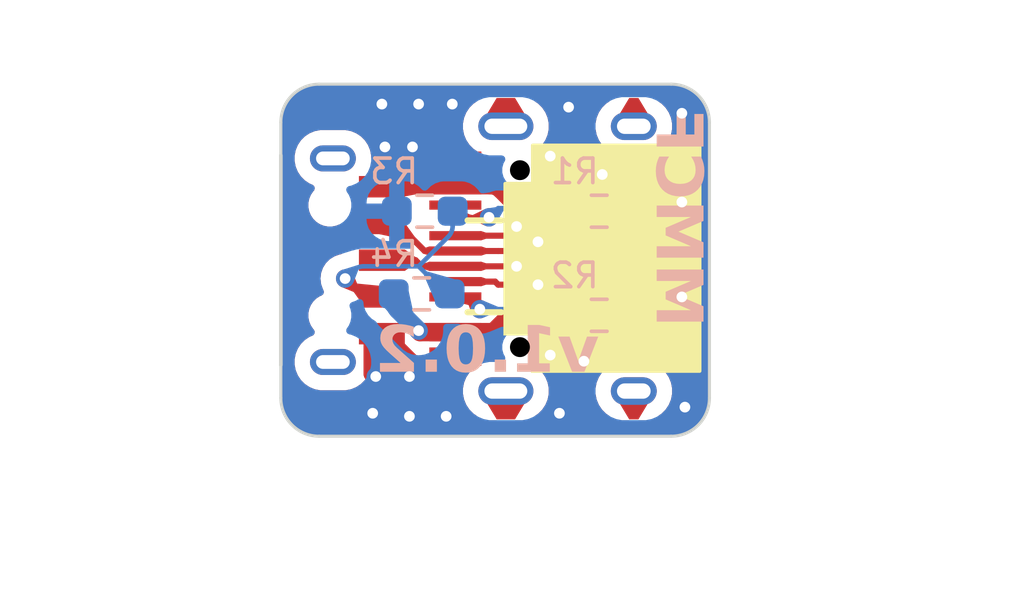
<source format=kicad_pcb>
(kicad_pcb (version 20240108) (generator "pcbnew") (generator_version "8.0")
  (title_block (title "USB MM-CF Adapter") (rev "1.0.2") (company "Atsushi Morimoto (@74th)"))
  (layers (0 "F.Cu" signal) (31 "B.Cu" signal) (34 "B.Paste" user) (35 "F.Paste" user) (36 "B.SilkS" user "B.Silkscreen") (37 "F.SilkS" user "F.Silkscreen") (38 "B.Mask" user) (39 "F.Mask" user) (44 "Edge.Cuts" user))
  (net 0 "")
  (net 1 "GND")
  (net 2 "Net-(J2-CC2)")
  (net 3 "Net-(J2-CC1)")
  (net 4 "Net-(J2-D-)")
  (net 5 "Net-(J2-D+)")
  (net 6 "Net-(J2-VBUS)")
  (net 8 "Net-(J3-ID)")
  (footprint "74th:Connector_USB-C-Receptacle_SMT_12-Pin_Simple" (layer "F.Cu") (at 74.83 40.95 90)
    (property "Reference" "J2" (hide yes))
    (property "Value" "USB2.0-C_SMT")
    (fp_line (start 1.25 -4.23) (end 1.25 -5.33) (stroke (width 0.2)) (layer "F.SilkS"))
    (fp_line (start -1.75 -4.23) (end -1.75 -5.33) (stroke (width 0.2)) (layer "F.SilkS"))
    (fp_rect (start -2.45 -4.1) (end 2.45 -2.85) (stroke (width 0.12)) (fill solid) (layer "F.SilkS"))
    (fp_rect (start -3.67 -3.2) (end 3.7 2.25) (stroke (width 0.12)) (fill solid) (layer "F.SilkS"))
    (pad "" np_thru_hole circle (at -2.89 -3.62 270) (size 0.65 0.65) (drill 0.65) (layers "*.Mask"))
    (pad "" np_thru_hole circle (at 2.89 -3.62 270) (size 0.65 0.65) (drill 0.65) (layers "*.Mask"))
    (pad "1" smd rect (at -2.4 -5.73 270) (size 0.6 1.7) (layers "F.Cu" "F.Paste" "F.Mask") (net 6 "Net-(J2-VBUS)"))
    (pad "1" smd rect (at 2.4 -5.73 270) (size 0.6 1.7) (layers "F.Cu" "F.Paste" "F.Mask") (net 6 "Net-(J2-VBUS)"))
    (pad "2" smd rect (at -0.75 -5.73 270) (size 0.3 1.7) (layers "F.Cu" "F.Paste" "F.Mask") (net 4 "Net-(J2-D-)"))
    (pad "2" smd rect (at 0.25 -5.73 270) (size 0.3 1.7) (layers "F.Cu" "F.Paste" "F.Mask") (net 4 "Net-(J2-D-)"))
    (pad "3" smd rect (at -0.25 -5.73 270) (size 0.3 1.7) (layers "F.Cu" "F.Paste" "F.Mask") (net 5 "Net-(J2-D+)"))
    (pad "3" smd rect (at 0.75 -5.73 270) (size 0.3 1.7) (layers "F.Cu" "F.Paste" "F.Mask") (net 5 "Net-(J2-D+)"))
    (pad "4" smd rect (at -3.2 -5.73 270) (size 0.6 1.7) (layers "F.Cu" "F.Paste" "F.Mask") (net 1 "GND"))
    (pad "4" smd rect (at 3.2 -5.73 270) (size 0.6 1.7) (layers "F.Cu" "F.Paste" "F.Mask") (net 1 "GND"))
    (pad "5" smd rect (at -1.25 -5.73 270) (size 0.3 1.7) (layers "F.Cu" "F.Paste" "F.Mask") (net 3 "Net-(J2-CC1)"))
    (pad "6" smd rect (at 1.75 -5.73 270) (size 0.3 1.7) (layers "F.Cu" "F.Paste" "F.Mask") (net 2 "Net-(J2-CC2)"))
    (pad "7" smd trapezoid (at -5 -4.08 180) (size 0.9 0.5) (rect_delta 0 0.3) (layers "F.Cu" "F.Paste" "F.Mask"))
    (pad "7" smd trapezoid (at -5 0.1 180) (size 0.6 0.5) (rect_delta 0 0.3) (layers "F.Cu" "F.Paste" "F.Mask"))
    (pad "7" thru_hole oval (at -4.325 -4.08 270) (size 0.9 1.8) (drill oval 0.5 1.4) (layers "*.Cu" "*.Mask"))
    (pad "7" thru_hole oval (at -4.325 0.1 270) (size 0.9 1.5) (drill oval 0.5 1.1) (layers "*.Cu" "*.Mask"))
    (pad "7" thru_hole oval (at 4.325 -4.08 270) (size 0.9 1.8) (drill oval 0.5 1.4) (layers "*.Cu" "*.Mask"))
    (pad "7" thru_hole oval (at 4.325 0.1 270) (size 0.9 1.5) (drill oval 0.5 1.1) (layers "*.Cu" "*.Mask"))
    (pad "7" smd trapezoid (at 5 -4.08) (size 0.9 0.5) (rect_delta 0 0.3) (layers "F.Cu" "F.Paste" "F.Mask"))
    (pad "7" smd trapezoid (at 5 0.1) (size 0.6 0.5) (rect_delta 0 0.3) (layers "F.Cu" "F.Paste" "F.Mask"))
  )
  (footprint "74th:Connector_USB-Micro-Plug_SMD" (layer "F.Cu") (at 65 41 -90)
    (property "Reference" "J3" (at 0 -7.2 -90) (layer "F.SilkS"))
    (property "Value" "USB_B_Micro")
    (fp_line (start -3.425 1.6) (end 3.425 1.6) (stroke (width 0.12)) (layer "Edge.Cuts"))
    (pad "" np_thru_hole circle (at -1.8 0 270) (size 0.9 0.9) (drill 0.9) (layers "F&B.Cu" "*.Mask"))
    (pad "" np_thru_hole circle (at 1.8 0 270) (size 0.9 0.9) (drill 0.9) (layers "F&B.Cu" "*.Mask"))
    (pad "1" smd rect (at -2.4 -1.7 270) (size 0.7 1.5) (layers "F.Cu" "F.Paste" "F.Mask") (net 6 "Net-(J2-VBUS)"))
    (pad "2" smd rect (at -1.2 -1.7 270) (size 0.7 1.5) (layers "F.Cu" "F.Paste" "F.Mask") (net 4 "Net-(J2-D-)"))
    (pad "3" smd rect (at 0 -1.7 270) (size 0.7 1.5) (layers "F.Cu" "F.Paste" "F.Mask") (net 5 "Net-(J2-D+)"))
    (pad "4" smd rect (at 1.2 -1.7 270) (size 0.7 1.5) (layers "F.Cu" "F.Paste" "F.Mask") (net 8 "Net-(J3-ID)"))
    (pad "5" smd rect (at 2.4 -1.7 270) (size 0.7 1.5) (layers "F.Cu" "F.Paste" "F.Mask") (net 1 "GND"))
    (pad "6" thru_hole oval (at -3.325 -0.1 270) (size 0.85 1.5) (drill oval 0.45 1.1) (layers "*.Cu" "*.Mask"))
    (pad "6" thru_hole oval (at 3.325 -0.1 270) (size 0.85 1.5) (drill oval 0.45 1.1) (layers "*.Cu" "*.Mask"))
  )
  (footprint "74th:Register_0603_1608" (layer "B.Cu") (at 73.8 39.4)
    (property "Reference" "R1" (at -0.8 -1.3 0) (layer "B.SilkS") (effects (font (size 0.8 0.8) (thickness 0.12)) (justify mirror)))
    (property "Value" "56k" (hide yes))
    (fp_line (start 0.254724 -0.5225) (end -0.254724 -0.5225) (stroke (width 0.12)) (layer "B.SilkS"))
    (fp_line (start 0.254724 0.5225) (end -0.254724 0.5225) (stroke (width 0.12)) (layer "B.SilkS"))
    (pad "1" smd roundrect (at -0.9125 0) (size 0.975 0.95) (layers "B.Cu" "B.Paste" "B.Mask") (net 2 "Net-(J2-CC2)"))
    (pad "2" smd roundrect (at 0.9125 0) (size 0.975 0.95) (layers "B.Cu" "B.Paste" "B.Mask") (net 1 "GND"))
  )
  (footprint "74th:Register_0603_1608" (layer "B.Cu") (at 68.1 39.4 180)
    (property "Reference" "R3" (at 1 1.3 0) (layer "B.SilkS") (effects (font (size 0.8 0.8) (thickness 0.12)) (justify mirror)))
    (property "Value" "10(NC)" (hide yes))
    (fp_line (start 0.254724 0.5225) (end -0.254724 0.5225) (stroke (width 0.12)) (layer "B.SilkS"))
    (fp_line (start 0.254724 -0.5225) (end -0.254724 -0.5225) (stroke (width 0.12)) (layer "B.SilkS"))
    (pad "1" smd roundrect (at -0.9125 0 180) (size 0.975 0.95) (layers "B.Cu" "B.Paste" "B.Mask") (net 8 "Net-(J3-ID)"))
    (pad "2" smd roundrect (at 0.9125 0 180) (size 0.975 0.95) (layers "B.Cu" "B.Paste" "B.Mask") (net 1 "GND"))
  )
  (footprint "74th:Register_0603_1608" (layer "B.Cu") (at 68 42.1)
    (property "Reference" "R4" (at -0.9 -1.3 0) (layer "B.SilkS") (effects (font (size 0.8 0.8) (thickness 0.12)) (justify mirror)))
    (property "Value" "10(NC)" (hide yes))
    (fp_line (start 0.254724 -0.5225) (end -0.254724 -0.5225) (stroke (width 0.12)) (layer "B.SilkS"))
    (fp_line (start 0.254724 0.5225) (end -0.254724 0.5225) (stroke (width 0.12)) (layer "B.SilkS"))
    (pad "1" smd roundrect (at -0.9125 0) (size 0.975 0.95) (layers "B.Cu" "B.Paste" "B.Mask") (net 6 "Net-(J2-VBUS)"))
    (pad "2" smd roundrect (at 0.9125 0) (size 0.975 0.95) (layers "B.Cu" "B.Paste" "B.Mask") (net 8 "Net-(J3-ID)"))
  )
  (footprint "74th:Register_0603_1608" (layer "B.Cu") (at 73.8 42.8)
    (property "Reference" "R2" (at -0.8 -1.3 0) (layer "B.SilkS") (effects (font (size 0.8 0.8) (thickness 0.12)) (justify mirror)))
    (property "Value" "56k" (hide yes))
    (fp_line (start 0.254724 -0.5225) (end -0.254724 -0.5225) (stroke (width 0.12)) (layer "B.SilkS"))
    (fp_line (start 0.254724 0.5225) (end -0.254724 0.5225) (stroke (width 0.12)) (layer "B.SilkS"))
    (pad "1" smd roundrect (at -0.9125 0) (size 0.975 0.95) (layers "B.Cu" "B.Paste" "B.Mask") (net 3 "Net-(J2-CC1)"))
    (pad "2" smd roundrect (at 0.9125 0) (size 0.975 0.95) (layers "B.Cu" "B.Paste" "B.Mask") (net 1 "GND"))
  )
  (gr_arc (start 76.15 35.25) (mid 77.033883 35.616117) (end 77.4 36.5) (stroke (width 0.1)) (layer "Edge.Cuts"))
  (gr_arc (start 64.65 46.75) (mid 63.766117 46.383883) (end 63.4 45.5) (stroke (width 0.1)) (layer "Edge.Cuts"))
  (gr_line (start 63.4 36.5) (end 63.4 37.575) (stroke (width 0.1)) (layer "Edge.Cuts"))
  (gr_line (start 63.4 44.425) (end 63.4 45.5) (stroke (width 0.1)) (layer "Edge.Cuts"))
  (gr_line (start 76.15 46.75) (end 64.65 46.75) (stroke (width 0.1)) (layer "Edge.Cuts"))
  (gr_arc (start 63.4 36.5) (mid 63.766117 35.616117) (end 64.65 35.25) (stroke (width 0.1)) (layer "Edge.Cuts"))
  (gr_line (start 77.4 36.5) (end 77.4 45.5) (stroke (width 0.1)) (layer "Edge.Cuts"))
  (gr_line (start 76.15 35.25) (end 64.65 35.25) (stroke (width 0.1)) (layer "Edge.Cuts"))
  (gr_arc (start 77.4 45.5) (mid 77.033883 46.383883) (end 76.15 46.75) (stroke (width 0.1)) (layer "Edge.Cuts"))
  (gr_text "MMCF" (at 76.3 43.2 -90) (layer "B.SilkS") (effects (font (size 1.5 1.5) (thickness 0.3) (bold yes)) (justify left mirror)))
  (gr_text "v${REVISION}" (at 73.8 44.9 0) (layer "B.SilkS") (effects (font (size 1.5 1.5) (thickness 0.3) (bold yes)) (justify left bottom mirror)))
  (segment (start 67.6 44.3) (end 66.7 43.4) (width 0.6) (layer "F.Cu") (net 1))
  (segment (start 66.4 43.7) (end 66.4 44.7) (width 0.6) (layer "F.Cu") (net 1))
  (segment (start 66.4 44.7) (end 66.5 44.8) (width 0.6) (layer "F.Cu") (net 1))
  (segment (start 66.7 43.4) (end 66.4 43.7) (width 0.6) (layer "F.Cu") (net 1))
  (segment (start 67.6 44.8) (end 67.6 44.3) (width 0.6) (layer "F.Cu") (net 1))
  (via (at 66.8 37.3) (size 0.6) (drill 0.35) (layers "F.Cu" "B.Cu") (net 1))
  (via (at 73.9 38.2) (size 0.6) (drill 0.35) (layers "F.Cu" "B.Cu") (net 1))
  (via (at 67.7 37.3) (size 0.6) (drill 0.35) (layers "F.Cu" "B.Cu") (net 1))
  (via (at 66.7 35.9) (size 0.6) (drill 0.35) (layers "F.Cu" "B.Cu") (net 1))
  (via (at 66.4 46) (size 0.6) (drill 0.35) (layers "F.Cu" "B.Cu") (net 1))
  (via (at 76.5 42.2) (size 0.6) (drill 0.35) (layers "F.Cu" "B.Cu") (net 1))
  (via (at 67.6 44.8) (size 0.6) (drill 0.35) (layers "F.Cu" "B.Cu") (net 1))
  (via (at 76.5 36.2) (size 0.6) (drill 0.35) (layers "F.Cu" "B.Cu") (net 1))
  (via (at 72.2 44.1) (size 0.6) (drill 0.35) (layers "F.Cu" "B.Cu") (net 1))
  (via (at 72.8 36) (size 0.6) (drill 0.35) (layers "F.Cu" "B.Cu") (net 1))
  (via (at 67.6 46.1) (size 0.6) (drill 0.35) (layers "F.Cu" "B.Cu") (net 1))
  (via (at 66.5 44.8) (size 0.6) (drill 0.35) (layers "F.Cu" "B.Cu") (net 1))
  (via (at 72.5 46) (size 0.6) (drill 0.35) (layers "F.Cu" "B.Cu") (net 1))
  (via (at 72.2 37.6) (size 0.6) (drill 0.35) (layers "F.Cu" "B.Cu") (net 1))
  (via (at 76.5 39.1) (size 0.6) (drill 0.35) (layers "F.Cu" "B.Cu") (net 1))
  (via (at 76.6 45.8) (size 0.6) (drill 0.35) (layers "F.Cu" "B.Cu") (net 1))
  (via (at 68.8 46.1) (size 0.6) (drill 0.35) (layers "F.Cu" "B.Cu") (net 1))
  (via (at 73.3 44.3) (size 0.6) (drill 0.35) (layers "F.Cu" "B.Cu") (net 1))
  (via (at 67.9 35.9) (size 0.6) (drill 0.35) (layers "F.Cu" "B.Cu") (net 1))
  (via (at 69 35.9) (size 0.6) (drill 0.35) (layers "F.Cu" "B.Cu") (net 1))
  (segment (start 70.2 39.6) (end 69.707107 39.6) (width 0.15) (layer "F.Cu") (net 2))
  (segment (start 69.353553 39.453553) (end 69.1 39.2) (width 0.15) (layer "F.Cu") (net 2))
  (via (at 70.2 39.6) (size 0.6) (drill 0.35) (layers "F.Cu" "B.Cu") (net 2))
  (arc (start 69.707107 39.6) (mid 69.515765 39.56194) (end 69.353553 39.453553) (width 0.15) (layer "F.Cu") (net 2))
  (segment (start 72.7875 39.3) (end 72.8875 39.4) (width 0.15) (layer "B.Cu") (net 2))
  (segment (start 70.2 39.6) (end 70.5 39.3) (width 0.15) (layer "B.Cu") (net 2))
  (segment (start 72.8875 39.3) (end 72.9875 39.4) (width 0.15) (layer "B.Cu") (net 2))
  (segment (start 70.5 39.3) (end 72.7875 39.3) (width 0.15) (layer "B.Cu") (net 2))
  (segment (start 69.9 42.6) (end 69.5 42.2) (width 0.15) (layer "F.Cu") (net 3))
  (segment (start 69.5 42.2) (end 69.1 42.2) (width 0.15) (layer "F.Cu") (net 3))
  (via (at 69.9 42.6) (size 0.6) (drill 0.35) (layers "F.Cu" "B.Cu") (net 3))
  (segment (start 72.4875 42.6) (end 72.6875 42.8) (width 0.15) (layer "B.Cu") (net 3))
  (segment (start 72.6875 42.6) (end 72.8875 42.8) (width 0.15) (layer "B.Cu") (net 3))
  (segment (start 69.9 42.6) (end 72.6875 42.6) (width 0.15) (layer "B.Cu") (net 3))
  (segment (start 70.5 40.7) (end 70.8 40.7) (width 0.2) (layer "F.Cu") (net 4))
  (segment (start 69.1 40.7) (end 70.5 40.7) (width 0.2) (layer "F.Cu") (net 4))
  (segment (start 67.2 39.8) (end 66.7 39.8) (width 0.2) (layer "F.Cu") (net 4))
  (segment (start 70.8 40.7) (end 71 40.5) (width 0.2) (layer "F.Cu") (net 4))
  (segment (start 66.953553 40.053553) (end 66.7 39.8) (width 0.2) (layer "F.Cu") (net 4))
  (segment (start 71.7 40.5) (end 71.8 40.4) (width 0.2) (layer "F.Cu") (net 4))
  (segment (start 71 40.5) (end 71.7 40.5) (width 0.2) (layer "F.Cu") (net 4))
  (segment (start 68.1 40.7) (end 67.2 39.8) (width 0.2) (layer "F.Cu") (net 4))
  (segment (start 69.1 40.7) (end 68.1 40.7) (width 0.2) (layer "F.Cu") (net 4))
  (segment (start 71.8 41.8) (end 70.5 41.8) (width 0.2) (layer "F.Cu") (net 4))
  (segment (start 70.4 41.7) (end 70.5 41.8) (width 0.2) (layer "F.Cu") (net 4))
  (segment (start 69.1 41.7) (end 70.4 41.7) (width 0.2) (layer "F.Cu") (net 4))
  (via (at 71.8 40.4) (size 0.6) (drill 0.35) (layers "F.Cu" "B.Cu") (net 4))
  (via (at 71.8 41.8) (size 0.6) (drill 0.35) (layers "F.Cu" "B.Cu") (net 4))
  (segment (start 71.8 40.4) (end 71.8 41.8) (width 0.2) (layer "B.Cu") (net 4))
  (segment (start 69.1 41.2) (end 68 41.2) (width 0.2) (layer "F.Cu") (net 5))
  (segment (start 66.853553 40.846447) (end 66.7 41) (width 0.2) (layer "F.Cu") (net 5))
  (segment (start 67.8 41) (end 68 41.2) (width 0.2) (layer "F.Cu") (net 5))
  (segment (start 66.7 41) (end 67.8 41) (width 0.2) (layer "F.Cu") (net 5))
  (segment (start 69.1 40.2) (end 70.8 40.2) (width 0.2) (layer "F.Cu") (net 5))
  (segment (start 70.8 40.2) (end 71.1 39.9) (width 0.2) (layer "F.Cu") (net 5))
  (segment (start 69.1 41.2) (end 71.1 41.2) (width 0.2) (layer "F.Cu") (net 5))
  (via (at 71.1 41.2) (size 0.6) (drill 0.35) (layers "F.Cu" "B.Cu") (net 5))
  (via (at 71.1 39.9) (size 0.6) (drill 0.35) (layers "F.Cu" "B.Cu") (net 5))
  (segment (start 71.1 39.9) (end 71.1 41.2) (width 0.2) (layer "B.Cu") (net 5))
  (segment (start 73 40.5) (end 71.55 39.05) (width 0.6) (layer "F.Cu") (net 6))
  (segment (start 70.35 43.35) (end 70.8 42.9) (width 0.6) (layer "F.Cu") (net 6))
  (segment (start 69.1 43.35) (end 67.95 43.35) (width 0.6) (layer "F.Cu") (net 6))
  (segment (start 69.1 38.55) (end 66.75 38.55) (width 0.6) (layer "F.Cu") (net 6))
  (segment (start 70.95 39.05) (end 70.596447 38.696447) (width 0.6) (layer "F.Cu") (net 6))
  (segment (start 73 42.3) (end 73 40.5) (width 0.6) (layer "F.Cu") (net 6))
  (segment (start 66.75 38.55) (end 66.7 38.6) (width 0.6) (layer "F.Cu") (net 6))
  (segment (start 72.4 42.9) (end 73 42.3) (width 0.6) (layer "F.Cu") (net 6))
  (segment (start 70.242893 38.55) (end 69.1 38.55) (width 0.6) (layer "F.Cu") (net 6))
  (segment (start 67.95 43.35) (end 67.9 43.3) (width 0.6) (layer "F.Cu") (net 6))
  (segment (start 69.1 43.35) (end 70.35 43.35) (width 0.6) (layer "F.Cu") (net 6))
  (segment (start 71.55 39.05) (end 70.95 39.05) (width 0.6) (layer "F.Cu") (net 6))
  (segment (start 70.8 42.9) (end 72.4 42.9) (width 0.6) (layer "F.Cu") (net 6))
  (via (at 67.9 43.3) (size 0.6) (drill 0.35) (layers "F.Cu" "B.Cu") (net 6))
  (arc (start 70.596447 38.696447) (mid 70.434235 38.58806) (end 70.242893 38.55) (width 0.6) (layer "F.Cu") (net 6))
  (segment (start 67.0875 42.1) (end 67.0875 42.280393) (width 0.6) (layer "B.Cu") (net 6))
  (segment (start 67.233947 42.633947) (end 67.9 43.3) (width 0.6) (layer "B.Cu") (net 6))
  (arc (start 67.0875 42.280393) (mid 67.12556 42.471735) (end 67.233947 42.633947) (width 0.6) (layer "B.Cu") (net 6))
  (segment (start 66.7 42.2) (end 66.307107 42.2) (width 0.15) (layer "F.Cu") (net 8))
  (segment (start 65.953553 42.053553) (end 65.5 41.6) (width 0.15) (layer "F.Cu") (net 8))
  (via (at 65.5 41.6) (size 0.6) (drill 0.35) (layers "F.Cu" "B.Cu") (net 8))
  (arc (start 66.307107 42.2) (mid 66.115765 42.16194) (end 65.953553 42.053553) (width 0.15) (layer "F.Cu") (net 8))
  (segment (start 65.753553 41.346447) (end 65.5 41.6) (width 0.15) (layer "B.Cu") (net 8))
  (segment (start 67.9 41.2) (end 68.866054 40.233946) (width 0.15) (layer "B.Cu") (net 8))
  (segment (start 68.8 42.1) (end 67.9 41.2) (width 0.15) (layer "B.Cu") (net 8))
  (segment (start 66.9 41.2) (end 66.107107 41.2) (width 0.15) (layer "B.Cu") (net 8))
  (segment (start 67.9 41.2) (end 66.9 41.2) (width 0.15) (layer "B.Cu") (net 8))
  (segment (start 68.9125 42.1) (end 68.8 42.1) (width 0.15) (layer "B.Cu") (net 8))
  (segment (start 69.0125 39.880393) (end 69.0125 39.4) (width 0.15) (layer "B.Cu") (net 8))
  (arc (start 65.753553 41.346447) (mid 65.915765 41.23806) (end 66.107107 41.2) (width 0.15) (layer "B.Cu") (net 8))
  (arc (start 68.866054 40.233946) (mid 68.97444 40.071734) (end 69.0125 39.880393) (width 0.15) (layer "B.Cu") (net 8))
  (zone (net 1) (net_name "GND") (layers "F&B.Cu") (connect_pads (clearance 0.5)) (min_thickness 0.25) (fill yes (thermal_gap 0.5) (thermal_bridge_width 0.5))
    (polygon (pts (xy 62.5 32.5) (xy 82.5 32.5) (xy 82.5 52.5) (xy 62.5 52.5)))
  )
)
</source>
